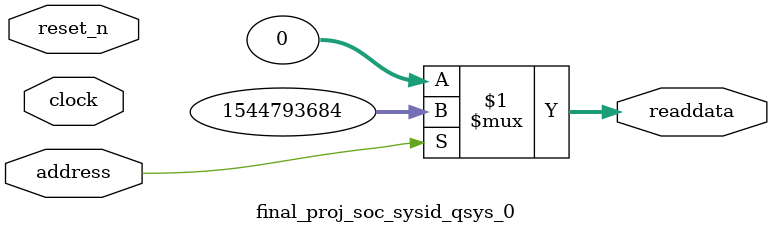
<source format=v>



// synthesis translate_off
`timescale 1ns / 1ps
// synthesis translate_on

// turn off superfluous verilog processor warnings 
// altera message_level Level1 
// altera message_off 10034 10035 10036 10037 10230 10240 10030 

module final_proj_soc_sysid_qsys_0 (
               // inputs:
                address,
                clock,
                reset_n,

               // outputs:
                readdata
             )
;

  output  [ 31: 0] readdata;
  input            address;
  input            clock;
  input            reset_n;

  wire    [ 31: 0] readdata;
  //control_slave, which is an e_avalon_slave
  assign readdata = address ? 1544793684 : 0;

endmodule



</source>
